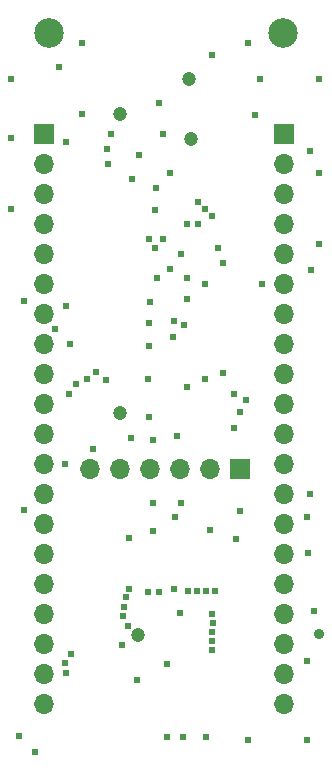
<source format=gbs>
%TF.GenerationSoftware,KiCad,Pcbnew,7.0.5*%
%TF.CreationDate,2023-07-19T21:52:06+09:00*%
%TF.ProjectId,MEZ80SPI_NOEX,4d455a38-3053-4504-995f-4e4f45582e6b,2.0*%
%TF.SameCoordinates,PX6e3c370PY76b1be0*%
%TF.FileFunction,Soldermask,Bot*%
%TF.FilePolarity,Negative*%
%FSLAX46Y46*%
G04 Gerber Fmt 4.6, Leading zero omitted, Abs format (unit mm)*
G04 Created by KiCad (PCBNEW 7.0.5) date 2023-07-19 21:52:06*
%MOMM*%
%LPD*%
G01*
G04 APERTURE LIST*
%ADD10R,1.700000X1.700000*%
%ADD11O,1.700000X1.700000*%
%ADD12C,2.500000*%
%ADD13C,1.200000*%
%ADD14C,0.605000*%
%ADD15C,0.900000*%
G04 APERTURE END LIST*
D10*
X20390000Y24950000D03*
D11*
X17850000Y24950000D03*
X15310000Y24950000D03*
X12770000Y24950000D03*
X10230000Y24950000D03*
X7690000Y24950000D03*
D12*
X4150000Y61890000D03*
X23950000Y61890000D03*
D10*
X3790000Y53340000D03*
D11*
X3790000Y50800000D03*
X3790000Y48260000D03*
X3790000Y45720000D03*
X3790000Y43180000D03*
X3790000Y40640000D03*
X3790000Y38100000D03*
X3790000Y35560000D03*
X3790000Y33020000D03*
X3790000Y30480000D03*
X3790000Y27940000D03*
X3790000Y25400000D03*
X3790000Y22860000D03*
X3790000Y20320000D03*
X3790000Y17780000D03*
X3790000Y15240000D03*
X3790000Y12700000D03*
X3790000Y10160000D03*
X3790000Y7620000D03*
X3790000Y5080000D03*
D10*
X24110000Y53340000D03*
D11*
X24110000Y50800000D03*
X24110000Y48260000D03*
X24110000Y45720000D03*
X24110000Y43180000D03*
X24110000Y40640000D03*
X24110000Y38100000D03*
X24110000Y35560000D03*
X24110000Y33020000D03*
X24110000Y30480000D03*
X24110000Y27940000D03*
X24110000Y25400000D03*
X24110000Y22860000D03*
X24110000Y20320000D03*
X24110000Y17780000D03*
X24110000Y15240000D03*
X24110000Y12700000D03*
X24110000Y10160000D03*
X24110000Y7620000D03*
X24110000Y5080000D03*
D13*
X11700000Y10930000D03*
D14*
X11610000Y7100000D03*
D13*
X10229998Y55030000D03*
X10230000Y29680000D03*
D14*
X26000000Y20860000D03*
D13*
X16160000Y52930000D03*
D14*
X8160000Y33130000D03*
X18000000Y60000000D03*
X5000000Y59000000D03*
X27000000Y44000000D03*
X20000000Y19000000D03*
X7000000Y61000000D03*
X9060000Y52040000D03*
X5580000Y52630000D03*
X21000000Y61000000D03*
X20880000Y30840000D03*
D15*
X27000000Y11000000D03*
D14*
X1000000Y58000000D03*
X7000000Y55000000D03*
X26000000Y2000000D03*
X3000000Y1000000D03*
X21580000Y54920000D03*
X21000000Y2000000D03*
X22000000Y58000000D03*
X1000000Y53000000D03*
X1000000Y47000000D03*
X7870000Y26660000D03*
X27000000Y50000000D03*
X22230000Y40590000D03*
X27000000Y58000000D03*
D13*
X16000000Y58000000D03*
D14*
X9150000Y50750000D03*
X10920000Y14810000D03*
X11140000Y27550000D03*
X12960000Y22050000D03*
X12960006Y19710000D03*
X11220000Y49500000D03*
X17950000Y46361400D03*
X17493538Y14620706D03*
X18260000Y14621100D03*
X13170000Y46930000D03*
X18510000Y43708600D03*
X13170000Y43710000D03*
X13317500Y41160000D03*
X15300000Y12800000D03*
X15370000Y22090000D03*
X15870000Y41170000D03*
X12990000Y27430000D03*
X15870000Y45670000D03*
X17950000Y12720000D03*
X12611100Y44400000D03*
X12710000Y39130000D03*
X18024455Y11925545D03*
X15599300Y37177702D03*
X15320000Y43130000D03*
X17990000Y11140000D03*
X18940000Y42410000D03*
X18940000Y33075100D03*
X18000000Y10370000D03*
X17380000Y32575100D03*
X17381100Y40590000D03*
X15860000Y31890000D03*
X18010000Y9610000D03*
X15870000Y39320000D03*
X14838900Y20870000D03*
X5545545Y8535545D03*
X14778898Y37450000D03*
X15040000Y27750000D03*
X5640000Y7690000D03*
X14690000Y36170000D03*
X17830000Y19790000D03*
X5941459Y35520002D03*
X19830000Y31350000D03*
X5830000Y31340000D03*
X5489992Y25360026D03*
X19830000Y28390000D03*
X10360000Y10090000D03*
X10540000Y13290000D03*
X7380000Y32600000D03*
X12611100Y37360000D03*
X12611100Y35349700D03*
X9000000Y32510000D03*
X10670000Y14090000D03*
X12599996Y32550000D03*
X10470000Y12480000D03*
X4660000Y36790000D03*
X6490859Y32136412D03*
X5620000Y38780000D03*
X10900000Y11680000D03*
X2021100Y39180000D03*
X6080000Y9280000D03*
X14389997Y41860003D03*
X14390000Y50060000D03*
X14776288Y14778284D03*
X26350000Y41780000D03*
X26620000Y12900000D03*
X13450000Y14550000D03*
X9450000Y53350000D03*
X13849990Y44400000D03*
X13850000Y53350000D03*
X16770000Y47540000D03*
X16770000Y45670000D03*
X15978761Y14627503D03*
X16736136Y14621080D03*
X17390000Y46940000D03*
X12530000Y14570000D03*
X13230000Y48741100D03*
X26240000Y51880000D03*
X26240000Y22860000D03*
X11761098Y51568899D03*
X10990000Y19120000D03*
X13490000Y55930000D03*
X14180000Y2300000D03*
X14200000Y8470000D03*
X1610000Y2390000D03*
X17440000Y2290000D03*
X26080000Y17830000D03*
X26020000Y8740000D03*
X15560000Y2310000D03*
X20390000Y21370000D03*
X20390000Y29800000D03*
X2070000Y21500000D03*
X12684455Y29365545D03*
M02*

</source>
